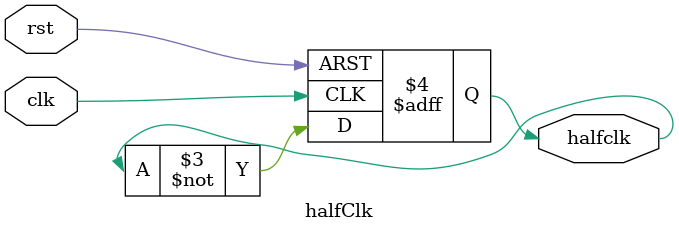
<source format=v>
module halfClk(clk, rst, halfclk);

	input clk, rst;
	output reg halfclk;
	
	
	always@(posedge clk or negedge rst)
	begin
		if(rst == 1'b0)
			halfclk <= 1'b0;
			
		else
			halfclk <= ~halfclk;
	end
	
	
endmodule 
</source>
